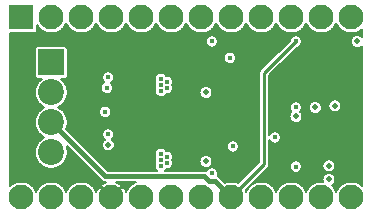
<source format=gbr>
G04 #@! TF.GenerationSoftware,KiCad,Pcbnew,5.1.5+dfsg1-2build2*
G04 #@! TF.CreationDate,2021-03-15T22:19:43+01:00*
G04 #@! TF.ProjectId,ProMicro_ANA,50726f4d-6963-4726-9f5f-414e412e6b69,v1.2*
G04 #@! TF.SameCoordinates,Original*
G04 #@! TF.FileFunction,Copper,L2,Inr*
G04 #@! TF.FilePolarity,Positive*
%FSLAX46Y46*%
G04 Gerber Fmt 4.6, Leading zero omitted, Abs format (unit mm)*
G04 Created by KiCad*
%MOMM*%
%LPD*%
G04 APERTURE LIST*
%ADD10R,2.100000X2.100000*%
%ADD11C,2.100000*%
%ADD12C,2.200000*%
%ADD13R,2.200000X2.200000*%
%ADD14C,0.500000*%
%ADD15C,0.450000*%
%ADD16C,0.400000*%
%ADD17C,0.250000*%
%ADD18C,0.200000*%
G04 APERTURE END LIST*
D10*
X82550000Y-76200000D03*
D11*
X85090000Y-76200000D03*
X87630000Y-76200000D03*
X110490000Y-91440000D03*
X90170000Y-76200000D03*
X107950000Y-91440000D03*
X92710000Y-76200000D03*
X105410000Y-91440000D03*
X95250000Y-76200000D03*
X102870000Y-91440000D03*
X97790000Y-76200000D03*
X100330000Y-91440000D03*
X100330000Y-76200000D03*
X97790000Y-91440000D03*
X102870000Y-76200000D03*
X95250000Y-91440000D03*
X105410000Y-76200000D03*
X92710000Y-91440000D03*
X107950000Y-76200000D03*
X90170000Y-91440000D03*
X110490000Y-76200000D03*
X87630000Y-91440000D03*
X85090000Y-91440000D03*
X82550000Y-91440000D03*
D12*
X85090000Y-87630000D03*
X85090000Y-85090000D03*
X85090000Y-82550000D03*
D13*
X85090000Y-80010000D03*
D14*
X89916000Y-86995000D03*
D15*
X89916000Y-81280000D03*
X98679000Y-89408000D03*
X98679000Y-78232000D03*
X100203000Y-79629000D03*
X100457000Y-87122000D03*
X89916000Y-86106000D03*
X89789000Y-82169000D03*
X105791000Y-83820000D03*
D14*
X108585000Y-89916000D03*
X108585000Y-88773000D03*
X107442000Y-83820000D03*
X109093000Y-83693000D03*
X110998000Y-78232000D03*
X105791000Y-84582000D03*
D15*
X105791000Y-78232000D03*
X94869000Y-81661000D03*
X94869000Y-82169000D03*
X94361000Y-82423000D03*
X94361000Y-81915000D03*
X94361000Y-81407000D03*
X94869000Y-88519000D03*
X94869000Y-88011000D03*
X94361000Y-88773000D03*
X94361000Y-88265000D03*
X94361000Y-87757000D03*
X89662000Y-84201000D03*
D14*
X98171000Y-88392000D03*
X98171000Y-82550000D03*
D15*
X105793699Y-88821341D03*
X104013000Y-86360000D03*
X100457000Y-88011000D03*
X95570534Y-78813377D03*
D14*
X100330000Y-83820000D03*
D15*
X93853000Y-85725000D03*
D14*
X95504000Y-84836000D03*
D15*
X108331000Y-82677000D03*
D16*
X100330000Y-91440000D02*
X100330000Y-91059000D01*
X98044000Y-89662000D02*
X98425000Y-90043000D01*
X89662000Y-89662000D02*
X98044000Y-89662000D01*
X98425000Y-90043000D02*
X98933000Y-90043000D01*
X98933000Y-90043000D02*
X100330000Y-91440000D01*
X85090000Y-85090000D02*
X89662000Y-89662000D01*
D17*
X103124000Y-80899000D02*
X105791000Y-78232000D01*
X103124000Y-88646000D02*
X103124000Y-80899000D01*
X100330000Y-91440000D02*
X103124000Y-88646000D01*
D18*
G36*
X109293646Y-76839465D02*
G01*
X109441387Y-77060575D01*
X109629425Y-77248613D01*
X109850535Y-77396354D01*
X110096220Y-77498120D01*
X110357037Y-77550000D01*
X110622963Y-77550000D01*
X110883780Y-77498120D01*
X111129465Y-77396354D01*
X111350575Y-77248613D01*
X111410000Y-77189188D01*
X111410000Y-77866183D01*
X111348604Y-77804787D01*
X111258523Y-77744597D01*
X111158429Y-77703136D01*
X111052170Y-77682000D01*
X110943830Y-77682000D01*
X110837571Y-77703136D01*
X110737477Y-77744597D01*
X110647396Y-77804787D01*
X110570787Y-77881396D01*
X110510597Y-77971477D01*
X110469136Y-78071571D01*
X110448000Y-78177830D01*
X110448000Y-78286170D01*
X110469136Y-78392429D01*
X110510597Y-78492523D01*
X110570787Y-78582604D01*
X110647396Y-78659213D01*
X110737477Y-78719403D01*
X110837571Y-78760864D01*
X110943830Y-78782000D01*
X111052170Y-78782000D01*
X111158429Y-78760864D01*
X111258523Y-78719403D01*
X111348604Y-78659213D01*
X111410000Y-78597817D01*
X111410001Y-90450813D01*
X111350575Y-90391387D01*
X111129465Y-90243646D01*
X110883780Y-90141880D01*
X110622963Y-90090000D01*
X110357037Y-90090000D01*
X110096220Y-90141880D01*
X109850535Y-90243646D01*
X109629425Y-90391387D01*
X109441387Y-90579425D01*
X109293646Y-90800535D01*
X109220000Y-90978332D01*
X109146354Y-90800535D01*
X108998613Y-90579425D01*
X108829308Y-90410120D01*
X108845523Y-90403403D01*
X108935604Y-90343213D01*
X109012213Y-90266604D01*
X109072403Y-90176523D01*
X109113864Y-90076429D01*
X109135000Y-89970170D01*
X109135000Y-89861830D01*
X109113864Y-89755571D01*
X109072403Y-89655477D01*
X109012213Y-89565396D01*
X108935604Y-89488787D01*
X108845523Y-89428597D01*
X108745429Y-89387136D01*
X108639170Y-89366000D01*
X108530830Y-89366000D01*
X108424571Y-89387136D01*
X108324477Y-89428597D01*
X108234396Y-89488787D01*
X108157787Y-89565396D01*
X108097597Y-89655477D01*
X108056136Y-89755571D01*
X108035000Y-89861830D01*
X108035000Y-89970170D01*
X108056136Y-90076429D01*
X108061757Y-90090000D01*
X107817037Y-90090000D01*
X107556220Y-90141880D01*
X107310535Y-90243646D01*
X107089425Y-90391387D01*
X106901387Y-90579425D01*
X106753646Y-90800535D01*
X106680000Y-90978332D01*
X106606354Y-90800535D01*
X106458613Y-90579425D01*
X106270575Y-90391387D01*
X106049465Y-90243646D01*
X105803780Y-90141880D01*
X105542963Y-90090000D01*
X105277037Y-90090000D01*
X105016220Y-90141880D01*
X104770535Y-90243646D01*
X104549425Y-90391387D01*
X104361387Y-90579425D01*
X104213646Y-90800535D01*
X104140000Y-90978332D01*
X104066354Y-90800535D01*
X103918613Y-90579425D01*
X103730575Y-90391387D01*
X103509465Y-90243646D01*
X103263780Y-90141880D01*
X103002963Y-90090000D01*
X102737037Y-90090000D01*
X102476220Y-90141880D01*
X102230535Y-90243646D01*
X102009425Y-90391387D01*
X101821387Y-90579425D01*
X101673646Y-90800535D01*
X101600000Y-90978332D01*
X101539286Y-90831755D01*
X103409763Y-88961278D01*
X103425974Y-88947974D01*
X103479084Y-88883260D01*
X103510380Y-88824708D01*
X103518548Y-88809428D01*
X103530619Y-88769633D01*
X105268699Y-88769633D01*
X105268699Y-88873049D01*
X105288875Y-88974478D01*
X105328450Y-89070022D01*
X105385905Y-89156009D01*
X105459031Y-89229135D01*
X105545018Y-89286590D01*
X105640562Y-89326165D01*
X105741991Y-89346341D01*
X105845407Y-89346341D01*
X105946836Y-89326165D01*
X106042380Y-89286590D01*
X106128367Y-89229135D01*
X106201493Y-89156009D01*
X106258948Y-89070022D01*
X106298523Y-88974478D01*
X106318699Y-88873049D01*
X106318699Y-88769633D01*
X106308594Y-88718830D01*
X108035000Y-88718830D01*
X108035000Y-88827170D01*
X108056136Y-88933429D01*
X108097597Y-89033523D01*
X108157787Y-89123604D01*
X108234396Y-89200213D01*
X108324477Y-89260403D01*
X108424571Y-89301864D01*
X108530830Y-89323000D01*
X108639170Y-89323000D01*
X108745429Y-89301864D01*
X108845523Y-89260403D01*
X108935604Y-89200213D01*
X109012213Y-89123604D01*
X109072403Y-89033523D01*
X109113864Y-88933429D01*
X109135000Y-88827170D01*
X109135000Y-88718830D01*
X109113864Y-88612571D01*
X109072403Y-88512477D01*
X109012213Y-88422396D01*
X108935604Y-88345787D01*
X108845523Y-88285597D01*
X108745429Y-88244136D01*
X108639170Y-88223000D01*
X108530830Y-88223000D01*
X108424571Y-88244136D01*
X108324477Y-88285597D01*
X108234396Y-88345787D01*
X108157787Y-88422396D01*
X108097597Y-88512477D01*
X108056136Y-88612571D01*
X108035000Y-88718830D01*
X106308594Y-88718830D01*
X106298523Y-88668204D01*
X106258948Y-88572660D01*
X106201493Y-88486673D01*
X106128367Y-88413547D01*
X106042380Y-88356092D01*
X105946836Y-88316517D01*
X105845407Y-88296341D01*
X105741991Y-88296341D01*
X105640562Y-88316517D01*
X105545018Y-88356092D01*
X105459031Y-88413547D01*
X105385905Y-88486673D01*
X105328450Y-88572660D01*
X105288875Y-88668204D01*
X105268699Y-88769633D01*
X103530619Y-88769633D01*
X103542850Y-88729314D01*
X103543640Y-88721292D01*
X103549000Y-88666874D01*
X103549000Y-88666867D01*
X103551055Y-88646000D01*
X103549000Y-88625133D01*
X103549000Y-86610550D01*
X103605206Y-86694668D01*
X103678332Y-86767794D01*
X103764319Y-86825249D01*
X103859863Y-86864824D01*
X103961292Y-86885000D01*
X104064708Y-86885000D01*
X104166137Y-86864824D01*
X104261681Y-86825249D01*
X104347668Y-86767794D01*
X104420794Y-86694668D01*
X104478249Y-86608681D01*
X104517824Y-86513137D01*
X104538000Y-86411708D01*
X104538000Y-86308292D01*
X104517824Y-86206863D01*
X104478249Y-86111319D01*
X104420794Y-86025332D01*
X104347668Y-85952206D01*
X104261681Y-85894751D01*
X104166137Y-85855176D01*
X104064708Y-85835000D01*
X103961292Y-85835000D01*
X103859863Y-85855176D01*
X103764319Y-85894751D01*
X103678332Y-85952206D01*
X103605206Y-86025332D01*
X103549000Y-86109450D01*
X103549000Y-84527830D01*
X105241000Y-84527830D01*
X105241000Y-84636170D01*
X105262136Y-84742429D01*
X105303597Y-84842523D01*
X105363787Y-84932604D01*
X105440396Y-85009213D01*
X105530477Y-85069403D01*
X105630571Y-85110864D01*
X105736830Y-85132000D01*
X105845170Y-85132000D01*
X105951429Y-85110864D01*
X106051523Y-85069403D01*
X106141604Y-85009213D01*
X106218213Y-84932604D01*
X106278403Y-84842523D01*
X106319864Y-84742429D01*
X106341000Y-84636170D01*
X106341000Y-84527830D01*
X106319864Y-84421571D01*
X106278403Y-84321477D01*
X106218213Y-84231396D01*
X106170140Y-84183323D01*
X106198794Y-84154668D01*
X106256249Y-84068681D01*
X106295824Y-83973137D01*
X106316000Y-83871708D01*
X106316000Y-83768292D01*
X106315511Y-83765830D01*
X106892000Y-83765830D01*
X106892000Y-83874170D01*
X106913136Y-83980429D01*
X106954597Y-84080523D01*
X107014787Y-84170604D01*
X107091396Y-84247213D01*
X107181477Y-84307403D01*
X107281571Y-84348864D01*
X107387830Y-84370000D01*
X107496170Y-84370000D01*
X107602429Y-84348864D01*
X107702523Y-84307403D01*
X107792604Y-84247213D01*
X107869213Y-84170604D01*
X107929403Y-84080523D01*
X107970864Y-83980429D01*
X107992000Y-83874170D01*
X107992000Y-83765830D01*
X107970864Y-83659571D01*
X107962273Y-83638830D01*
X108543000Y-83638830D01*
X108543000Y-83747170D01*
X108564136Y-83853429D01*
X108605597Y-83953523D01*
X108665787Y-84043604D01*
X108742396Y-84120213D01*
X108832477Y-84180403D01*
X108932571Y-84221864D01*
X109038830Y-84243000D01*
X109147170Y-84243000D01*
X109253429Y-84221864D01*
X109353523Y-84180403D01*
X109443604Y-84120213D01*
X109520213Y-84043604D01*
X109580403Y-83953523D01*
X109621864Y-83853429D01*
X109643000Y-83747170D01*
X109643000Y-83638830D01*
X109621864Y-83532571D01*
X109580403Y-83432477D01*
X109520213Y-83342396D01*
X109443604Y-83265787D01*
X109353523Y-83205597D01*
X109253429Y-83164136D01*
X109147170Y-83143000D01*
X109038830Y-83143000D01*
X108932571Y-83164136D01*
X108832477Y-83205597D01*
X108742396Y-83265787D01*
X108665787Y-83342396D01*
X108605597Y-83432477D01*
X108564136Y-83532571D01*
X108543000Y-83638830D01*
X107962273Y-83638830D01*
X107929403Y-83559477D01*
X107869213Y-83469396D01*
X107792604Y-83392787D01*
X107702523Y-83332597D01*
X107602429Y-83291136D01*
X107496170Y-83270000D01*
X107387830Y-83270000D01*
X107281571Y-83291136D01*
X107181477Y-83332597D01*
X107091396Y-83392787D01*
X107014787Y-83469396D01*
X106954597Y-83559477D01*
X106913136Y-83659571D01*
X106892000Y-83765830D01*
X106315511Y-83765830D01*
X106295824Y-83666863D01*
X106256249Y-83571319D01*
X106198794Y-83485332D01*
X106125668Y-83412206D01*
X106039681Y-83354751D01*
X105944137Y-83315176D01*
X105842708Y-83295000D01*
X105739292Y-83295000D01*
X105637863Y-83315176D01*
X105542319Y-83354751D01*
X105456332Y-83412206D01*
X105383206Y-83485332D01*
X105325751Y-83571319D01*
X105286176Y-83666863D01*
X105266000Y-83768292D01*
X105266000Y-83871708D01*
X105286176Y-83973137D01*
X105325751Y-84068681D01*
X105383206Y-84154668D01*
X105411861Y-84183323D01*
X105363787Y-84231396D01*
X105303597Y-84321477D01*
X105262136Y-84421571D01*
X105241000Y-84527830D01*
X103549000Y-84527830D01*
X103549000Y-81075040D01*
X105873082Y-78750958D01*
X105944137Y-78736824D01*
X106039681Y-78697249D01*
X106125668Y-78639794D01*
X106198794Y-78566668D01*
X106256249Y-78480681D01*
X106295824Y-78385137D01*
X106316000Y-78283708D01*
X106316000Y-78180292D01*
X106295824Y-78078863D01*
X106256249Y-77983319D01*
X106198794Y-77897332D01*
X106125668Y-77824206D01*
X106039681Y-77766751D01*
X105944137Y-77727176D01*
X105842708Y-77707000D01*
X105739292Y-77707000D01*
X105637863Y-77727176D01*
X105542319Y-77766751D01*
X105456332Y-77824206D01*
X105383206Y-77897332D01*
X105325751Y-77983319D01*
X105286176Y-78078863D01*
X105272042Y-78149918D01*
X102838239Y-80583721D01*
X102822027Y-80597026D01*
X102768917Y-80661740D01*
X102729453Y-80735573D01*
X102705150Y-80815686D01*
X102696945Y-80899000D01*
X102699001Y-80919877D01*
X102699000Y-88469959D01*
X100938245Y-90230714D01*
X100723780Y-90141880D01*
X100462963Y-90090000D01*
X100197037Y-90090000D01*
X99936220Y-90141880D01*
X99796754Y-90199649D01*
X99303929Y-89706824D01*
X99288264Y-89687736D01*
X99212129Y-89625254D01*
X99167211Y-89601245D01*
X99183824Y-89561137D01*
X99204000Y-89459708D01*
X99204000Y-89356292D01*
X99183824Y-89254863D01*
X99144249Y-89159319D01*
X99086794Y-89073332D01*
X99013668Y-89000206D01*
X98927681Y-88942751D01*
X98832137Y-88903176D01*
X98730708Y-88883000D01*
X98627292Y-88883000D01*
X98525863Y-88903176D01*
X98430319Y-88942751D01*
X98344332Y-89000206D01*
X98271206Y-89073332D01*
X98213751Y-89159319D01*
X98202095Y-89187459D01*
X98142017Y-89169235D01*
X98068560Y-89162000D01*
X98044000Y-89159581D01*
X98019440Y-89162000D01*
X94714462Y-89162000D01*
X94768794Y-89107668D01*
X94812035Y-89042954D01*
X94817292Y-89044000D01*
X94920708Y-89044000D01*
X95022137Y-89023824D01*
X95117681Y-88984249D01*
X95203668Y-88926794D01*
X95276794Y-88853668D01*
X95334249Y-88767681D01*
X95373824Y-88672137D01*
X95394000Y-88570708D01*
X95394000Y-88467292D01*
X95373824Y-88365863D01*
X95362213Y-88337830D01*
X97621000Y-88337830D01*
X97621000Y-88446170D01*
X97642136Y-88552429D01*
X97683597Y-88652523D01*
X97743787Y-88742604D01*
X97820396Y-88819213D01*
X97910477Y-88879403D01*
X98010571Y-88920864D01*
X98116830Y-88942000D01*
X98225170Y-88942000D01*
X98331429Y-88920864D01*
X98431523Y-88879403D01*
X98521604Y-88819213D01*
X98598213Y-88742604D01*
X98658403Y-88652523D01*
X98699864Y-88552429D01*
X98721000Y-88446170D01*
X98721000Y-88337830D01*
X98699864Y-88231571D01*
X98658403Y-88131477D01*
X98598213Y-88041396D01*
X98521604Y-87964787D01*
X98431523Y-87904597D01*
X98331429Y-87863136D01*
X98225170Y-87842000D01*
X98116830Y-87842000D01*
X98010571Y-87863136D01*
X97910477Y-87904597D01*
X97820396Y-87964787D01*
X97743787Y-88041396D01*
X97683597Y-88131477D01*
X97642136Y-88231571D01*
X97621000Y-88337830D01*
X95362213Y-88337830D01*
X95334249Y-88270319D01*
X95330695Y-88265000D01*
X95334249Y-88259681D01*
X95373824Y-88164137D01*
X95394000Y-88062708D01*
X95394000Y-87959292D01*
X95373824Y-87857863D01*
X95334249Y-87762319D01*
X95276794Y-87676332D01*
X95203668Y-87603206D01*
X95117681Y-87545751D01*
X95022137Y-87506176D01*
X94920708Y-87486000D01*
X94817292Y-87486000D01*
X94812035Y-87487046D01*
X94768794Y-87422332D01*
X94695668Y-87349206D01*
X94609681Y-87291751D01*
X94514137Y-87252176D01*
X94412708Y-87232000D01*
X94309292Y-87232000D01*
X94207863Y-87252176D01*
X94112319Y-87291751D01*
X94026332Y-87349206D01*
X93953206Y-87422332D01*
X93895751Y-87508319D01*
X93856176Y-87603863D01*
X93836000Y-87705292D01*
X93836000Y-87808708D01*
X93856176Y-87910137D01*
X93895751Y-88005681D01*
X93899305Y-88011000D01*
X93895751Y-88016319D01*
X93856176Y-88111863D01*
X93836000Y-88213292D01*
X93836000Y-88316708D01*
X93856176Y-88418137D01*
X93895751Y-88513681D01*
X93899305Y-88519000D01*
X93895751Y-88524319D01*
X93856176Y-88619863D01*
X93836000Y-88721292D01*
X93836000Y-88824708D01*
X93856176Y-88926137D01*
X93895751Y-89021681D01*
X93953206Y-89107668D01*
X94007538Y-89162000D01*
X89869107Y-89162000D01*
X87647936Y-86940830D01*
X89366000Y-86940830D01*
X89366000Y-87049170D01*
X89387136Y-87155429D01*
X89428597Y-87255523D01*
X89488787Y-87345604D01*
X89565396Y-87422213D01*
X89655477Y-87482403D01*
X89755571Y-87523864D01*
X89861830Y-87545000D01*
X89970170Y-87545000D01*
X90076429Y-87523864D01*
X90176523Y-87482403D01*
X90266604Y-87422213D01*
X90343213Y-87345604D01*
X90403403Y-87255523D01*
X90444864Y-87155429D01*
X90461798Y-87070292D01*
X99932000Y-87070292D01*
X99932000Y-87173708D01*
X99952176Y-87275137D01*
X99991751Y-87370681D01*
X100049206Y-87456668D01*
X100122332Y-87529794D01*
X100208319Y-87587249D01*
X100303863Y-87626824D01*
X100405292Y-87647000D01*
X100508708Y-87647000D01*
X100610137Y-87626824D01*
X100705681Y-87587249D01*
X100791668Y-87529794D01*
X100864794Y-87456668D01*
X100922249Y-87370681D01*
X100961824Y-87275137D01*
X100982000Y-87173708D01*
X100982000Y-87070292D01*
X100961824Y-86968863D01*
X100922249Y-86873319D01*
X100864794Y-86787332D01*
X100791668Y-86714206D01*
X100705681Y-86656751D01*
X100610137Y-86617176D01*
X100508708Y-86597000D01*
X100405292Y-86597000D01*
X100303863Y-86617176D01*
X100208319Y-86656751D01*
X100122332Y-86714206D01*
X100049206Y-86787332D01*
X99991751Y-86873319D01*
X99952176Y-86968863D01*
X99932000Y-87070292D01*
X90461798Y-87070292D01*
X90466000Y-87049170D01*
X90466000Y-86940830D01*
X90444864Y-86834571D01*
X90403403Y-86734477D01*
X90343213Y-86644396D01*
X90266604Y-86567787D01*
X90218233Y-86535467D01*
X90250668Y-86513794D01*
X90323794Y-86440668D01*
X90381249Y-86354681D01*
X90420824Y-86259137D01*
X90441000Y-86157708D01*
X90441000Y-86054292D01*
X90420824Y-85952863D01*
X90381249Y-85857319D01*
X90323794Y-85771332D01*
X90250668Y-85698206D01*
X90164681Y-85640751D01*
X90069137Y-85601176D01*
X89967708Y-85581000D01*
X89864292Y-85581000D01*
X89762863Y-85601176D01*
X89667319Y-85640751D01*
X89581332Y-85698206D01*
X89508206Y-85771332D01*
X89450751Y-85857319D01*
X89411176Y-85952863D01*
X89391000Y-86054292D01*
X89391000Y-86157708D01*
X89411176Y-86259137D01*
X89450751Y-86354681D01*
X89508206Y-86440668D01*
X89581332Y-86513794D01*
X89613767Y-86535467D01*
X89565396Y-86567787D01*
X89488787Y-86644396D01*
X89428597Y-86734477D01*
X89387136Y-86834571D01*
X89366000Y-86940830D01*
X87647936Y-86940830D01*
X86368620Y-85661515D01*
X86436199Y-85498365D01*
X86490000Y-85227888D01*
X86490000Y-84952112D01*
X86436199Y-84681635D01*
X86330664Y-84426851D01*
X86177451Y-84197552D01*
X86129191Y-84149292D01*
X89137000Y-84149292D01*
X89137000Y-84252708D01*
X89157176Y-84354137D01*
X89196751Y-84449681D01*
X89254206Y-84535668D01*
X89327332Y-84608794D01*
X89413319Y-84666249D01*
X89508863Y-84705824D01*
X89610292Y-84726000D01*
X89713708Y-84726000D01*
X89815137Y-84705824D01*
X89910681Y-84666249D01*
X89996668Y-84608794D01*
X90069794Y-84535668D01*
X90127249Y-84449681D01*
X90166824Y-84354137D01*
X90187000Y-84252708D01*
X90187000Y-84149292D01*
X90166824Y-84047863D01*
X90127249Y-83952319D01*
X90069794Y-83866332D01*
X89996668Y-83793206D01*
X89910681Y-83735751D01*
X89815137Y-83696176D01*
X89713708Y-83676000D01*
X89610292Y-83676000D01*
X89508863Y-83696176D01*
X89413319Y-83735751D01*
X89327332Y-83793206D01*
X89254206Y-83866332D01*
X89196751Y-83952319D01*
X89157176Y-84047863D01*
X89137000Y-84149292D01*
X86129191Y-84149292D01*
X85982448Y-84002549D01*
X85753149Y-83849336D01*
X85682326Y-83820000D01*
X85753149Y-83790664D01*
X85982448Y-83637451D01*
X86177451Y-83442448D01*
X86330664Y-83213149D01*
X86436199Y-82958365D01*
X86490000Y-82687888D01*
X86490000Y-82412112D01*
X86436199Y-82141635D01*
X86426116Y-82117292D01*
X89264000Y-82117292D01*
X89264000Y-82220708D01*
X89284176Y-82322137D01*
X89323751Y-82417681D01*
X89381206Y-82503668D01*
X89454332Y-82576794D01*
X89540319Y-82634249D01*
X89635863Y-82673824D01*
X89737292Y-82694000D01*
X89840708Y-82694000D01*
X89942137Y-82673824D01*
X90037681Y-82634249D01*
X90123668Y-82576794D01*
X90196794Y-82503668D01*
X90254249Y-82417681D01*
X90293824Y-82322137D01*
X90314000Y-82220708D01*
X90314000Y-82117292D01*
X90293824Y-82015863D01*
X90254249Y-81920319D01*
X90196794Y-81834332D01*
X90124397Y-81761935D01*
X90164681Y-81745249D01*
X90250668Y-81687794D01*
X90323794Y-81614668D01*
X90381249Y-81528681D01*
X90420824Y-81433137D01*
X90436308Y-81355292D01*
X93836000Y-81355292D01*
X93836000Y-81458708D01*
X93856176Y-81560137D01*
X93895751Y-81655681D01*
X93899305Y-81661000D01*
X93895751Y-81666319D01*
X93856176Y-81761863D01*
X93836000Y-81863292D01*
X93836000Y-81966708D01*
X93856176Y-82068137D01*
X93895751Y-82163681D01*
X93899305Y-82169000D01*
X93895751Y-82174319D01*
X93856176Y-82269863D01*
X93836000Y-82371292D01*
X93836000Y-82474708D01*
X93856176Y-82576137D01*
X93895751Y-82671681D01*
X93953206Y-82757668D01*
X94026332Y-82830794D01*
X94112319Y-82888249D01*
X94207863Y-82927824D01*
X94309292Y-82948000D01*
X94412708Y-82948000D01*
X94514137Y-82927824D01*
X94609681Y-82888249D01*
X94695668Y-82830794D01*
X94768794Y-82757668D01*
X94812035Y-82692954D01*
X94817292Y-82694000D01*
X94920708Y-82694000D01*
X95022137Y-82673824D01*
X95117681Y-82634249D01*
X95203668Y-82576794D01*
X95276794Y-82503668D01*
X95282031Y-82495830D01*
X97621000Y-82495830D01*
X97621000Y-82604170D01*
X97642136Y-82710429D01*
X97683597Y-82810523D01*
X97743787Y-82900604D01*
X97820396Y-82977213D01*
X97910477Y-83037403D01*
X98010571Y-83078864D01*
X98116830Y-83100000D01*
X98225170Y-83100000D01*
X98331429Y-83078864D01*
X98431523Y-83037403D01*
X98521604Y-82977213D01*
X98598213Y-82900604D01*
X98658403Y-82810523D01*
X98699864Y-82710429D01*
X98721000Y-82604170D01*
X98721000Y-82495830D01*
X98699864Y-82389571D01*
X98658403Y-82289477D01*
X98598213Y-82199396D01*
X98521604Y-82122787D01*
X98431523Y-82062597D01*
X98331429Y-82021136D01*
X98225170Y-82000000D01*
X98116830Y-82000000D01*
X98010571Y-82021136D01*
X97910477Y-82062597D01*
X97820396Y-82122787D01*
X97743787Y-82199396D01*
X97683597Y-82289477D01*
X97642136Y-82389571D01*
X97621000Y-82495830D01*
X95282031Y-82495830D01*
X95334249Y-82417681D01*
X95373824Y-82322137D01*
X95394000Y-82220708D01*
X95394000Y-82117292D01*
X95373824Y-82015863D01*
X95334249Y-81920319D01*
X95330695Y-81915000D01*
X95334249Y-81909681D01*
X95373824Y-81814137D01*
X95394000Y-81712708D01*
X95394000Y-81609292D01*
X95373824Y-81507863D01*
X95334249Y-81412319D01*
X95276794Y-81326332D01*
X95203668Y-81253206D01*
X95117681Y-81195751D01*
X95022137Y-81156176D01*
X94920708Y-81136000D01*
X94817292Y-81136000D01*
X94812035Y-81137046D01*
X94768794Y-81072332D01*
X94695668Y-80999206D01*
X94609681Y-80941751D01*
X94514137Y-80902176D01*
X94412708Y-80882000D01*
X94309292Y-80882000D01*
X94207863Y-80902176D01*
X94112319Y-80941751D01*
X94026332Y-80999206D01*
X93953206Y-81072332D01*
X93895751Y-81158319D01*
X93856176Y-81253863D01*
X93836000Y-81355292D01*
X90436308Y-81355292D01*
X90441000Y-81331708D01*
X90441000Y-81228292D01*
X90420824Y-81126863D01*
X90381249Y-81031319D01*
X90323794Y-80945332D01*
X90250668Y-80872206D01*
X90164681Y-80814751D01*
X90069137Y-80775176D01*
X89967708Y-80755000D01*
X89864292Y-80755000D01*
X89762863Y-80775176D01*
X89667319Y-80814751D01*
X89581332Y-80872206D01*
X89508206Y-80945332D01*
X89450751Y-81031319D01*
X89411176Y-81126863D01*
X89391000Y-81228292D01*
X89391000Y-81331708D01*
X89411176Y-81433137D01*
X89450751Y-81528681D01*
X89508206Y-81614668D01*
X89580603Y-81687065D01*
X89540319Y-81703751D01*
X89454332Y-81761206D01*
X89381206Y-81834332D01*
X89323751Y-81920319D01*
X89284176Y-82015863D01*
X89264000Y-82117292D01*
X86426116Y-82117292D01*
X86330664Y-81886851D01*
X86177451Y-81657552D01*
X85982448Y-81462549D01*
X85905975Y-81411451D01*
X86190000Y-81411451D01*
X86248810Y-81405659D01*
X86305360Y-81388504D01*
X86357477Y-81360647D01*
X86403158Y-81323158D01*
X86440647Y-81277477D01*
X86468504Y-81225360D01*
X86485659Y-81168810D01*
X86491451Y-81110000D01*
X86491451Y-79577292D01*
X99678000Y-79577292D01*
X99678000Y-79680708D01*
X99698176Y-79782137D01*
X99737751Y-79877681D01*
X99795206Y-79963668D01*
X99868332Y-80036794D01*
X99954319Y-80094249D01*
X100049863Y-80133824D01*
X100151292Y-80154000D01*
X100254708Y-80154000D01*
X100356137Y-80133824D01*
X100451681Y-80094249D01*
X100537668Y-80036794D01*
X100610794Y-79963668D01*
X100668249Y-79877681D01*
X100707824Y-79782137D01*
X100728000Y-79680708D01*
X100728000Y-79577292D01*
X100707824Y-79475863D01*
X100668249Y-79380319D01*
X100610794Y-79294332D01*
X100537668Y-79221206D01*
X100451681Y-79163751D01*
X100356137Y-79124176D01*
X100254708Y-79104000D01*
X100151292Y-79104000D01*
X100049863Y-79124176D01*
X99954319Y-79163751D01*
X99868332Y-79221206D01*
X99795206Y-79294332D01*
X99737751Y-79380319D01*
X99698176Y-79475863D01*
X99678000Y-79577292D01*
X86491451Y-79577292D01*
X86491451Y-78910000D01*
X86485659Y-78851190D01*
X86468504Y-78794640D01*
X86440647Y-78742523D01*
X86403158Y-78696842D01*
X86357477Y-78659353D01*
X86305360Y-78631496D01*
X86248810Y-78614341D01*
X86190000Y-78608549D01*
X83990000Y-78608549D01*
X83931190Y-78614341D01*
X83874640Y-78631496D01*
X83822523Y-78659353D01*
X83776842Y-78696842D01*
X83739353Y-78742523D01*
X83711496Y-78794640D01*
X83694341Y-78851190D01*
X83688549Y-78910000D01*
X83688549Y-81110000D01*
X83694341Y-81168810D01*
X83711496Y-81225360D01*
X83739353Y-81277477D01*
X83776842Y-81323158D01*
X83822523Y-81360647D01*
X83874640Y-81388504D01*
X83931190Y-81405659D01*
X83990000Y-81411451D01*
X84274025Y-81411451D01*
X84197552Y-81462549D01*
X84002549Y-81657552D01*
X83849336Y-81886851D01*
X83743801Y-82141635D01*
X83690000Y-82412112D01*
X83690000Y-82687888D01*
X83743801Y-82958365D01*
X83849336Y-83213149D01*
X84002549Y-83442448D01*
X84197552Y-83637451D01*
X84426851Y-83790664D01*
X84497674Y-83820000D01*
X84426851Y-83849336D01*
X84197552Y-84002549D01*
X84002549Y-84197552D01*
X83849336Y-84426851D01*
X83743801Y-84681635D01*
X83690000Y-84952112D01*
X83690000Y-85227888D01*
X83743801Y-85498365D01*
X83849336Y-85753149D01*
X84002549Y-85982448D01*
X84197552Y-86177451D01*
X84426851Y-86330664D01*
X84497674Y-86360000D01*
X84426851Y-86389336D01*
X84197552Y-86542549D01*
X84002549Y-86737552D01*
X83849336Y-86966851D01*
X83743801Y-87221635D01*
X83690000Y-87492112D01*
X83690000Y-87767888D01*
X83743801Y-88038365D01*
X83849336Y-88293149D01*
X84002549Y-88522448D01*
X84197552Y-88717451D01*
X84426851Y-88870664D01*
X84681635Y-88976199D01*
X84952112Y-89030000D01*
X85227888Y-89030000D01*
X85498365Y-88976199D01*
X85753149Y-88870664D01*
X85982448Y-88717451D01*
X86177451Y-88522448D01*
X86330664Y-88293149D01*
X86436199Y-88038365D01*
X86490000Y-87767888D01*
X86490000Y-87492112D01*
X86436199Y-87221635D01*
X86380811Y-87087917D01*
X89291079Y-89998186D01*
X89306736Y-90017264D01*
X89382871Y-90079746D01*
X89469733Y-90126175D01*
X89563983Y-90154765D01*
X89637440Y-90162000D01*
X89637449Y-90162000D01*
X89661999Y-90164418D01*
X89686549Y-90162000D01*
X89731985Y-90162000D01*
X89653890Y-90185485D01*
X89419063Y-90310279D01*
X89413644Y-90313899D01*
X89299866Y-90499155D01*
X90170000Y-91369289D01*
X91040134Y-90499155D01*
X90926356Y-90313899D01*
X90692131Y-90187979D01*
X90607225Y-90162000D01*
X92267646Y-90162000D01*
X92070535Y-90243646D01*
X91849425Y-90391387D01*
X91661387Y-90579425D01*
X91513646Y-90800535D01*
X91440514Y-90977091D01*
X91424515Y-90923890D01*
X91299721Y-90689063D01*
X91296101Y-90683644D01*
X91110845Y-90569866D01*
X90240711Y-91440000D01*
X90254853Y-91454142D01*
X90184142Y-91524853D01*
X90170000Y-91510711D01*
X90155858Y-91524853D01*
X90085147Y-91454142D01*
X90099289Y-91440000D01*
X89229155Y-90569866D01*
X89043899Y-90683644D01*
X88917979Y-90917869D01*
X88899700Y-90977609D01*
X88826354Y-90800535D01*
X88678613Y-90579425D01*
X88490575Y-90391387D01*
X88269465Y-90243646D01*
X88023780Y-90141880D01*
X87762963Y-90090000D01*
X87497037Y-90090000D01*
X87236220Y-90141880D01*
X86990535Y-90243646D01*
X86769425Y-90391387D01*
X86581387Y-90579425D01*
X86433646Y-90800535D01*
X86360000Y-90978332D01*
X86286354Y-90800535D01*
X86138613Y-90579425D01*
X85950575Y-90391387D01*
X85729465Y-90243646D01*
X85483780Y-90141880D01*
X85222963Y-90090000D01*
X84957037Y-90090000D01*
X84696220Y-90141880D01*
X84450535Y-90243646D01*
X84229425Y-90391387D01*
X84041387Y-90579425D01*
X83893646Y-90800535D01*
X83820000Y-90978332D01*
X83746354Y-90800535D01*
X83598613Y-90579425D01*
X83410575Y-90391387D01*
X83189465Y-90243646D01*
X82943780Y-90141880D01*
X82682963Y-90090000D01*
X82417037Y-90090000D01*
X82156220Y-90141880D01*
X81910535Y-90243646D01*
X81689425Y-90391387D01*
X81630000Y-90450812D01*
X81630000Y-78180292D01*
X98154000Y-78180292D01*
X98154000Y-78283708D01*
X98174176Y-78385137D01*
X98213751Y-78480681D01*
X98271206Y-78566668D01*
X98344332Y-78639794D01*
X98430319Y-78697249D01*
X98525863Y-78736824D01*
X98627292Y-78757000D01*
X98730708Y-78757000D01*
X98832137Y-78736824D01*
X98927681Y-78697249D01*
X99013668Y-78639794D01*
X99086794Y-78566668D01*
X99144249Y-78480681D01*
X99183824Y-78385137D01*
X99204000Y-78283708D01*
X99204000Y-78180292D01*
X99183824Y-78078863D01*
X99144249Y-77983319D01*
X99086794Y-77897332D01*
X99013668Y-77824206D01*
X98927681Y-77766751D01*
X98832137Y-77727176D01*
X98730708Y-77707000D01*
X98627292Y-77707000D01*
X98525863Y-77727176D01*
X98430319Y-77766751D01*
X98344332Y-77824206D01*
X98271206Y-77897332D01*
X98213751Y-77983319D01*
X98174176Y-78078863D01*
X98154000Y-78180292D01*
X81630000Y-78180292D01*
X81630000Y-77551451D01*
X83600000Y-77551451D01*
X83658810Y-77545659D01*
X83715360Y-77528504D01*
X83767477Y-77500647D01*
X83813158Y-77463158D01*
X83850647Y-77417477D01*
X83878504Y-77365360D01*
X83895659Y-77308810D01*
X83901451Y-77250000D01*
X83901451Y-76851146D01*
X84041387Y-77060575D01*
X84229425Y-77248613D01*
X84450535Y-77396354D01*
X84696220Y-77498120D01*
X84957037Y-77550000D01*
X85222963Y-77550000D01*
X85483780Y-77498120D01*
X85729465Y-77396354D01*
X85950575Y-77248613D01*
X86138613Y-77060575D01*
X86286354Y-76839465D01*
X86360000Y-76661668D01*
X86433646Y-76839465D01*
X86581387Y-77060575D01*
X86769425Y-77248613D01*
X86990535Y-77396354D01*
X87236220Y-77498120D01*
X87497037Y-77550000D01*
X87762963Y-77550000D01*
X88023780Y-77498120D01*
X88269465Y-77396354D01*
X88490575Y-77248613D01*
X88678613Y-77060575D01*
X88826354Y-76839465D01*
X88900000Y-76661668D01*
X88973646Y-76839465D01*
X89121387Y-77060575D01*
X89309425Y-77248613D01*
X89530535Y-77396354D01*
X89776220Y-77498120D01*
X90037037Y-77550000D01*
X90302963Y-77550000D01*
X90563780Y-77498120D01*
X90809465Y-77396354D01*
X91030575Y-77248613D01*
X91218613Y-77060575D01*
X91366354Y-76839465D01*
X91440000Y-76661668D01*
X91513646Y-76839465D01*
X91661387Y-77060575D01*
X91849425Y-77248613D01*
X92070535Y-77396354D01*
X92316220Y-77498120D01*
X92577037Y-77550000D01*
X92842963Y-77550000D01*
X93103780Y-77498120D01*
X93349465Y-77396354D01*
X93570575Y-77248613D01*
X93758613Y-77060575D01*
X93906354Y-76839465D01*
X93980000Y-76661668D01*
X94053646Y-76839465D01*
X94201387Y-77060575D01*
X94389425Y-77248613D01*
X94610535Y-77396354D01*
X94856220Y-77498120D01*
X95117037Y-77550000D01*
X95382963Y-77550000D01*
X95643780Y-77498120D01*
X95889465Y-77396354D01*
X96110575Y-77248613D01*
X96298613Y-77060575D01*
X96446354Y-76839465D01*
X96520000Y-76661668D01*
X96593646Y-76839465D01*
X96741387Y-77060575D01*
X96929425Y-77248613D01*
X97150535Y-77396354D01*
X97396220Y-77498120D01*
X97657037Y-77550000D01*
X97922963Y-77550000D01*
X98183780Y-77498120D01*
X98429465Y-77396354D01*
X98650575Y-77248613D01*
X98838613Y-77060575D01*
X98986354Y-76839465D01*
X99060000Y-76661668D01*
X99133646Y-76839465D01*
X99281387Y-77060575D01*
X99469425Y-77248613D01*
X99690535Y-77396354D01*
X99936220Y-77498120D01*
X100197037Y-77550000D01*
X100462963Y-77550000D01*
X100723780Y-77498120D01*
X100969465Y-77396354D01*
X101190575Y-77248613D01*
X101378613Y-77060575D01*
X101526354Y-76839465D01*
X101600000Y-76661668D01*
X101673646Y-76839465D01*
X101821387Y-77060575D01*
X102009425Y-77248613D01*
X102230535Y-77396354D01*
X102476220Y-77498120D01*
X102737037Y-77550000D01*
X103002963Y-77550000D01*
X103263780Y-77498120D01*
X103509465Y-77396354D01*
X103730575Y-77248613D01*
X103918613Y-77060575D01*
X104066354Y-76839465D01*
X104140000Y-76661668D01*
X104213646Y-76839465D01*
X104361387Y-77060575D01*
X104549425Y-77248613D01*
X104770535Y-77396354D01*
X105016220Y-77498120D01*
X105277037Y-77550000D01*
X105542963Y-77550000D01*
X105803780Y-77498120D01*
X106049465Y-77396354D01*
X106270575Y-77248613D01*
X106458613Y-77060575D01*
X106606354Y-76839465D01*
X106680000Y-76661668D01*
X106753646Y-76839465D01*
X106901387Y-77060575D01*
X107089425Y-77248613D01*
X107310535Y-77396354D01*
X107556220Y-77498120D01*
X107817037Y-77550000D01*
X108082963Y-77550000D01*
X108343780Y-77498120D01*
X108589465Y-77396354D01*
X108810575Y-77248613D01*
X108998613Y-77060575D01*
X109146354Y-76839465D01*
X109220000Y-76661668D01*
X109293646Y-76839465D01*
G37*
X109293646Y-76839465D02*
X109441387Y-77060575D01*
X109629425Y-77248613D01*
X109850535Y-77396354D01*
X110096220Y-77498120D01*
X110357037Y-77550000D01*
X110622963Y-77550000D01*
X110883780Y-77498120D01*
X111129465Y-77396354D01*
X111350575Y-77248613D01*
X111410000Y-77189188D01*
X111410000Y-77866183D01*
X111348604Y-77804787D01*
X111258523Y-77744597D01*
X111158429Y-77703136D01*
X111052170Y-77682000D01*
X110943830Y-77682000D01*
X110837571Y-77703136D01*
X110737477Y-77744597D01*
X110647396Y-77804787D01*
X110570787Y-77881396D01*
X110510597Y-77971477D01*
X110469136Y-78071571D01*
X110448000Y-78177830D01*
X110448000Y-78286170D01*
X110469136Y-78392429D01*
X110510597Y-78492523D01*
X110570787Y-78582604D01*
X110647396Y-78659213D01*
X110737477Y-78719403D01*
X110837571Y-78760864D01*
X110943830Y-78782000D01*
X111052170Y-78782000D01*
X111158429Y-78760864D01*
X111258523Y-78719403D01*
X111348604Y-78659213D01*
X111410000Y-78597817D01*
X111410001Y-90450813D01*
X111350575Y-90391387D01*
X111129465Y-90243646D01*
X110883780Y-90141880D01*
X110622963Y-90090000D01*
X110357037Y-90090000D01*
X110096220Y-90141880D01*
X109850535Y-90243646D01*
X109629425Y-90391387D01*
X109441387Y-90579425D01*
X109293646Y-90800535D01*
X109220000Y-90978332D01*
X109146354Y-90800535D01*
X108998613Y-90579425D01*
X108829308Y-90410120D01*
X108845523Y-90403403D01*
X108935604Y-90343213D01*
X109012213Y-90266604D01*
X109072403Y-90176523D01*
X109113864Y-90076429D01*
X109135000Y-89970170D01*
X109135000Y-89861830D01*
X109113864Y-89755571D01*
X109072403Y-89655477D01*
X109012213Y-89565396D01*
X108935604Y-89488787D01*
X108845523Y-89428597D01*
X108745429Y-89387136D01*
X108639170Y-89366000D01*
X108530830Y-89366000D01*
X108424571Y-89387136D01*
X108324477Y-89428597D01*
X108234396Y-89488787D01*
X108157787Y-89565396D01*
X108097597Y-89655477D01*
X108056136Y-89755571D01*
X108035000Y-89861830D01*
X108035000Y-89970170D01*
X108056136Y-90076429D01*
X108061757Y-90090000D01*
X107817037Y-90090000D01*
X107556220Y-90141880D01*
X107310535Y-90243646D01*
X107089425Y-90391387D01*
X106901387Y-90579425D01*
X106753646Y-90800535D01*
X106680000Y-90978332D01*
X106606354Y-90800535D01*
X106458613Y-90579425D01*
X106270575Y-90391387D01*
X106049465Y-90243646D01*
X105803780Y-90141880D01*
X105542963Y-90090000D01*
X105277037Y-90090000D01*
X105016220Y-90141880D01*
X104770535Y-90243646D01*
X104549425Y-90391387D01*
X104361387Y-90579425D01*
X104213646Y-90800535D01*
X104140000Y-90978332D01*
X104066354Y-90800535D01*
X103918613Y-90579425D01*
X103730575Y-90391387D01*
X103509465Y-90243646D01*
X103263780Y-90141880D01*
X103002963Y-90090000D01*
X102737037Y-90090000D01*
X102476220Y-90141880D01*
X102230535Y-90243646D01*
X102009425Y-90391387D01*
X101821387Y-90579425D01*
X101673646Y-90800535D01*
X101600000Y-90978332D01*
X101539286Y-90831755D01*
X103409763Y-88961278D01*
X103425974Y-88947974D01*
X103479084Y-88883260D01*
X103510380Y-88824708D01*
X103518548Y-88809428D01*
X103530619Y-88769633D01*
X105268699Y-88769633D01*
X105268699Y-88873049D01*
X105288875Y-88974478D01*
X105328450Y-89070022D01*
X105385905Y-89156009D01*
X105459031Y-89229135D01*
X105545018Y-89286590D01*
X105640562Y-89326165D01*
X105741991Y-89346341D01*
X105845407Y-89346341D01*
X105946836Y-89326165D01*
X106042380Y-89286590D01*
X106128367Y-89229135D01*
X106201493Y-89156009D01*
X106258948Y-89070022D01*
X106298523Y-88974478D01*
X106318699Y-88873049D01*
X106318699Y-88769633D01*
X106308594Y-88718830D01*
X108035000Y-88718830D01*
X108035000Y-88827170D01*
X108056136Y-88933429D01*
X108097597Y-89033523D01*
X108157787Y-89123604D01*
X108234396Y-89200213D01*
X108324477Y-89260403D01*
X108424571Y-89301864D01*
X108530830Y-89323000D01*
X108639170Y-89323000D01*
X108745429Y-89301864D01*
X108845523Y-89260403D01*
X108935604Y-89200213D01*
X109012213Y-89123604D01*
X109072403Y-89033523D01*
X109113864Y-88933429D01*
X109135000Y-88827170D01*
X109135000Y-88718830D01*
X109113864Y-88612571D01*
X109072403Y-88512477D01*
X109012213Y-88422396D01*
X108935604Y-88345787D01*
X108845523Y-88285597D01*
X108745429Y-88244136D01*
X108639170Y-88223000D01*
X108530830Y-88223000D01*
X108424571Y-88244136D01*
X108324477Y-88285597D01*
X108234396Y-88345787D01*
X108157787Y-88422396D01*
X108097597Y-88512477D01*
X108056136Y-88612571D01*
X108035000Y-88718830D01*
X106308594Y-88718830D01*
X106298523Y-88668204D01*
X106258948Y-88572660D01*
X106201493Y-88486673D01*
X106128367Y-88413547D01*
X106042380Y-88356092D01*
X105946836Y-88316517D01*
X105845407Y-88296341D01*
X105741991Y-88296341D01*
X105640562Y-88316517D01*
X105545018Y-88356092D01*
X105459031Y-88413547D01*
X105385905Y-88486673D01*
X105328450Y-88572660D01*
X105288875Y-88668204D01*
X105268699Y-88769633D01*
X103530619Y-88769633D01*
X103542850Y-88729314D01*
X103543640Y-88721292D01*
X103549000Y-88666874D01*
X103549000Y-88666867D01*
X103551055Y-88646000D01*
X103549000Y-88625133D01*
X103549000Y-86610550D01*
X103605206Y-86694668D01*
X103678332Y-86767794D01*
X103764319Y-86825249D01*
X103859863Y-86864824D01*
X103961292Y-86885000D01*
X104064708Y-86885000D01*
X104166137Y-86864824D01*
X104261681Y-86825249D01*
X104347668Y-86767794D01*
X104420794Y-86694668D01*
X104478249Y-86608681D01*
X104517824Y-86513137D01*
X104538000Y-86411708D01*
X104538000Y-86308292D01*
X104517824Y-86206863D01*
X104478249Y-86111319D01*
X104420794Y-86025332D01*
X104347668Y-85952206D01*
X104261681Y-85894751D01*
X104166137Y-85855176D01*
X104064708Y-85835000D01*
X103961292Y-85835000D01*
X103859863Y-85855176D01*
X103764319Y-85894751D01*
X103678332Y-85952206D01*
X103605206Y-86025332D01*
X103549000Y-86109450D01*
X103549000Y-84527830D01*
X105241000Y-84527830D01*
X105241000Y-84636170D01*
X105262136Y-84742429D01*
X105303597Y-84842523D01*
X105363787Y-84932604D01*
X105440396Y-85009213D01*
X105530477Y-85069403D01*
X105630571Y-85110864D01*
X105736830Y-85132000D01*
X105845170Y-85132000D01*
X105951429Y-85110864D01*
X106051523Y-85069403D01*
X106141604Y-85009213D01*
X106218213Y-84932604D01*
X106278403Y-84842523D01*
X106319864Y-84742429D01*
X106341000Y-84636170D01*
X106341000Y-84527830D01*
X106319864Y-84421571D01*
X106278403Y-84321477D01*
X106218213Y-84231396D01*
X106170140Y-84183323D01*
X106198794Y-84154668D01*
X106256249Y-84068681D01*
X106295824Y-83973137D01*
X106316000Y-83871708D01*
X106316000Y-83768292D01*
X106315511Y-83765830D01*
X106892000Y-83765830D01*
X106892000Y-83874170D01*
X106913136Y-83980429D01*
X106954597Y-84080523D01*
X107014787Y-84170604D01*
X107091396Y-84247213D01*
X107181477Y-84307403D01*
X107281571Y-84348864D01*
X107387830Y-84370000D01*
X107496170Y-84370000D01*
X107602429Y-84348864D01*
X107702523Y-84307403D01*
X107792604Y-84247213D01*
X107869213Y-84170604D01*
X107929403Y-84080523D01*
X107970864Y-83980429D01*
X107992000Y-83874170D01*
X107992000Y-83765830D01*
X107970864Y-83659571D01*
X107962273Y-83638830D01*
X108543000Y-83638830D01*
X108543000Y-83747170D01*
X108564136Y-83853429D01*
X108605597Y-83953523D01*
X108665787Y-84043604D01*
X108742396Y-84120213D01*
X108832477Y-84180403D01*
X108932571Y-84221864D01*
X109038830Y-84243000D01*
X109147170Y-84243000D01*
X109253429Y-84221864D01*
X109353523Y-84180403D01*
X109443604Y-84120213D01*
X109520213Y-84043604D01*
X109580403Y-83953523D01*
X109621864Y-83853429D01*
X109643000Y-83747170D01*
X109643000Y-83638830D01*
X109621864Y-83532571D01*
X109580403Y-83432477D01*
X109520213Y-83342396D01*
X109443604Y-83265787D01*
X109353523Y-83205597D01*
X109253429Y-83164136D01*
X109147170Y-83143000D01*
X109038830Y-83143000D01*
X108932571Y-83164136D01*
X108832477Y-83205597D01*
X108742396Y-83265787D01*
X108665787Y-83342396D01*
X108605597Y-83432477D01*
X108564136Y-83532571D01*
X108543000Y-83638830D01*
X107962273Y-83638830D01*
X107929403Y-83559477D01*
X107869213Y-83469396D01*
X107792604Y-83392787D01*
X107702523Y-83332597D01*
X107602429Y-83291136D01*
X107496170Y-83270000D01*
X107387830Y-83270000D01*
X107281571Y-83291136D01*
X107181477Y-83332597D01*
X107091396Y-83392787D01*
X107014787Y-83469396D01*
X106954597Y-83559477D01*
X106913136Y-83659571D01*
X106892000Y-83765830D01*
X106315511Y-83765830D01*
X106295824Y-83666863D01*
X106256249Y-83571319D01*
X106198794Y-83485332D01*
X106125668Y-83412206D01*
X106039681Y-83354751D01*
X105944137Y-83315176D01*
X105842708Y-83295000D01*
X105739292Y-83295000D01*
X105637863Y-83315176D01*
X105542319Y-83354751D01*
X105456332Y-83412206D01*
X105383206Y-83485332D01*
X105325751Y-83571319D01*
X105286176Y-83666863D01*
X105266000Y-83768292D01*
X105266000Y-83871708D01*
X105286176Y-83973137D01*
X105325751Y-84068681D01*
X105383206Y-84154668D01*
X105411861Y-84183323D01*
X105363787Y-84231396D01*
X105303597Y-84321477D01*
X105262136Y-84421571D01*
X105241000Y-84527830D01*
X103549000Y-84527830D01*
X103549000Y-81075040D01*
X105873082Y-78750958D01*
X105944137Y-78736824D01*
X106039681Y-78697249D01*
X106125668Y-78639794D01*
X106198794Y-78566668D01*
X106256249Y-78480681D01*
X106295824Y-78385137D01*
X106316000Y-78283708D01*
X106316000Y-78180292D01*
X106295824Y-78078863D01*
X106256249Y-77983319D01*
X106198794Y-77897332D01*
X106125668Y-77824206D01*
X106039681Y-77766751D01*
X105944137Y-77727176D01*
X105842708Y-77707000D01*
X105739292Y-77707000D01*
X105637863Y-77727176D01*
X105542319Y-77766751D01*
X105456332Y-77824206D01*
X105383206Y-77897332D01*
X105325751Y-77983319D01*
X105286176Y-78078863D01*
X105272042Y-78149918D01*
X102838239Y-80583721D01*
X102822027Y-80597026D01*
X102768917Y-80661740D01*
X102729453Y-80735573D01*
X102705150Y-80815686D01*
X102696945Y-80899000D01*
X102699001Y-80919877D01*
X102699000Y-88469959D01*
X100938245Y-90230714D01*
X100723780Y-90141880D01*
X100462963Y-90090000D01*
X100197037Y-90090000D01*
X99936220Y-90141880D01*
X99796754Y-90199649D01*
X99303929Y-89706824D01*
X99288264Y-89687736D01*
X99212129Y-89625254D01*
X99167211Y-89601245D01*
X99183824Y-89561137D01*
X99204000Y-89459708D01*
X99204000Y-89356292D01*
X99183824Y-89254863D01*
X99144249Y-89159319D01*
X99086794Y-89073332D01*
X99013668Y-89000206D01*
X98927681Y-88942751D01*
X98832137Y-88903176D01*
X98730708Y-88883000D01*
X98627292Y-88883000D01*
X98525863Y-88903176D01*
X98430319Y-88942751D01*
X98344332Y-89000206D01*
X98271206Y-89073332D01*
X98213751Y-89159319D01*
X98202095Y-89187459D01*
X98142017Y-89169235D01*
X98068560Y-89162000D01*
X98044000Y-89159581D01*
X98019440Y-89162000D01*
X94714462Y-89162000D01*
X94768794Y-89107668D01*
X94812035Y-89042954D01*
X94817292Y-89044000D01*
X94920708Y-89044000D01*
X95022137Y-89023824D01*
X95117681Y-88984249D01*
X95203668Y-88926794D01*
X95276794Y-88853668D01*
X95334249Y-88767681D01*
X95373824Y-88672137D01*
X95394000Y-88570708D01*
X95394000Y-88467292D01*
X95373824Y-88365863D01*
X95362213Y-88337830D01*
X97621000Y-88337830D01*
X97621000Y-88446170D01*
X97642136Y-88552429D01*
X97683597Y-88652523D01*
X97743787Y-88742604D01*
X97820396Y-88819213D01*
X97910477Y-88879403D01*
X98010571Y-88920864D01*
X98116830Y-88942000D01*
X98225170Y-88942000D01*
X98331429Y-88920864D01*
X98431523Y-88879403D01*
X98521604Y-88819213D01*
X98598213Y-88742604D01*
X98658403Y-88652523D01*
X98699864Y-88552429D01*
X98721000Y-88446170D01*
X98721000Y-88337830D01*
X98699864Y-88231571D01*
X98658403Y-88131477D01*
X98598213Y-88041396D01*
X98521604Y-87964787D01*
X98431523Y-87904597D01*
X98331429Y-87863136D01*
X98225170Y-87842000D01*
X98116830Y-87842000D01*
X98010571Y-87863136D01*
X97910477Y-87904597D01*
X97820396Y-87964787D01*
X97743787Y-88041396D01*
X97683597Y-88131477D01*
X97642136Y-88231571D01*
X97621000Y-88337830D01*
X95362213Y-88337830D01*
X95334249Y-88270319D01*
X95330695Y-88265000D01*
X95334249Y-88259681D01*
X95373824Y-88164137D01*
X95394000Y-88062708D01*
X95394000Y-87959292D01*
X95373824Y-87857863D01*
X95334249Y-87762319D01*
X95276794Y-87676332D01*
X95203668Y-87603206D01*
X95117681Y-87545751D01*
X95022137Y-87506176D01*
X94920708Y-87486000D01*
X94817292Y-87486000D01*
X94812035Y-87487046D01*
X94768794Y-87422332D01*
X94695668Y-87349206D01*
X94609681Y-87291751D01*
X94514137Y-87252176D01*
X94412708Y-87232000D01*
X94309292Y-87232000D01*
X94207863Y-87252176D01*
X94112319Y-87291751D01*
X94026332Y-87349206D01*
X93953206Y-87422332D01*
X93895751Y-87508319D01*
X93856176Y-87603863D01*
X93836000Y-87705292D01*
X93836000Y-87808708D01*
X93856176Y-87910137D01*
X93895751Y-88005681D01*
X93899305Y-88011000D01*
X93895751Y-88016319D01*
X93856176Y-88111863D01*
X93836000Y-88213292D01*
X93836000Y-88316708D01*
X93856176Y-88418137D01*
X93895751Y-88513681D01*
X93899305Y-88519000D01*
X93895751Y-88524319D01*
X93856176Y-88619863D01*
X93836000Y-88721292D01*
X93836000Y-88824708D01*
X93856176Y-88926137D01*
X93895751Y-89021681D01*
X93953206Y-89107668D01*
X94007538Y-89162000D01*
X89869107Y-89162000D01*
X87647936Y-86940830D01*
X89366000Y-86940830D01*
X89366000Y-87049170D01*
X89387136Y-87155429D01*
X89428597Y-87255523D01*
X89488787Y-87345604D01*
X89565396Y-87422213D01*
X89655477Y-87482403D01*
X89755571Y-87523864D01*
X89861830Y-87545000D01*
X89970170Y-87545000D01*
X90076429Y-87523864D01*
X90176523Y-87482403D01*
X90266604Y-87422213D01*
X90343213Y-87345604D01*
X90403403Y-87255523D01*
X90444864Y-87155429D01*
X90461798Y-87070292D01*
X99932000Y-87070292D01*
X99932000Y-87173708D01*
X99952176Y-87275137D01*
X99991751Y-87370681D01*
X100049206Y-87456668D01*
X100122332Y-87529794D01*
X100208319Y-87587249D01*
X100303863Y-87626824D01*
X100405292Y-87647000D01*
X100508708Y-87647000D01*
X100610137Y-87626824D01*
X100705681Y-87587249D01*
X100791668Y-87529794D01*
X100864794Y-87456668D01*
X100922249Y-87370681D01*
X100961824Y-87275137D01*
X100982000Y-87173708D01*
X100982000Y-87070292D01*
X100961824Y-86968863D01*
X100922249Y-86873319D01*
X100864794Y-86787332D01*
X100791668Y-86714206D01*
X100705681Y-86656751D01*
X100610137Y-86617176D01*
X100508708Y-86597000D01*
X100405292Y-86597000D01*
X100303863Y-86617176D01*
X100208319Y-86656751D01*
X100122332Y-86714206D01*
X100049206Y-86787332D01*
X99991751Y-86873319D01*
X99952176Y-86968863D01*
X99932000Y-87070292D01*
X90461798Y-87070292D01*
X90466000Y-87049170D01*
X90466000Y-86940830D01*
X90444864Y-86834571D01*
X90403403Y-86734477D01*
X90343213Y-86644396D01*
X90266604Y-86567787D01*
X90218233Y-86535467D01*
X90250668Y-86513794D01*
X90323794Y-86440668D01*
X90381249Y-86354681D01*
X90420824Y-86259137D01*
X90441000Y-86157708D01*
X90441000Y-86054292D01*
X90420824Y-85952863D01*
X90381249Y-85857319D01*
X90323794Y-85771332D01*
X90250668Y-85698206D01*
X90164681Y-85640751D01*
X90069137Y-85601176D01*
X89967708Y-85581000D01*
X89864292Y-85581000D01*
X89762863Y-85601176D01*
X89667319Y-85640751D01*
X89581332Y-85698206D01*
X89508206Y-85771332D01*
X89450751Y-85857319D01*
X89411176Y-85952863D01*
X89391000Y-86054292D01*
X89391000Y-86157708D01*
X89411176Y-86259137D01*
X89450751Y-86354681D01*
X89508206Y-86440668D01*
X89581332Y-86513794D01*
X89613767Y-86535467D01*
X89565396Y-86567787D01*
X89488787Y-86644396D01*
X89428597Y-86734477D01*
X89387136Y-86834571D01*
X89366000Y-86940830D01*
X87647936Y-86940830D01*
X86368620Y-85661515D01*
X86436199Y-85498365D01*
X86490000Y-85227888D01*
X86490000Y-84952112D01*
X86436199Y-84681635D01*
X86330664Y-84426851D01*
X86177451Y-84197552D01*
X86129191Y-84149292D01*
X89137000Y-84149292D01*
X89137000Y-84252708D01*
X89157176Y-84354137D01*
X89196751Y-84449681D01*
X89254206Y-84535668D01*
X89327332Y-84608794D01*
X89413319Y-84666249D01*
X89508863Y-84705824D01*
X89610292Y-84726000D01*
X89713708Y-84726000D01*
X89815137Y-84705824D01*
X89910681Y-84666249D01*
X89996668Y-84608794D01*
X90069794Y-84535668D01*
X90127249Y-84449681D01*
X90166824Y-84354137D01*
X90187000Y-84252708D01*
X90187000Y-84149292D01*
X90166824Y-84047863D01*
X90127249Y-83952319D01*
X90069794Y-83866332D01*
X89996668Y-83793206D01*
X89910681Y-83735751D01*
X89815137Y-83696176D01*
X89713708Y-83676000D01*
X89610292Y-83676000D01*
X89508863Y-83696176D01*
X89413319Y-83735751D01*
X89327332Y-83793206D01*
X89254206Y-83866332D01*
X89196751Y-83952319D01*
X89157176Y-84047863D01*
X89137000Y-84149292D01*
X86129191Y-84149292D01*
X85982448Y-84002549D01*
X85753149Y-83849336D01*
X85682326Y-83820000D01*
X85753149Y-83790664D01*
X85982448Y-83637451D01*
X86177451Y-83442448D01*
X86330664Y-83213149D01*
X86436199Y-82958365D01*
X86490000Y-82687888D01*
X86490000Y-82412112D01*
X86436199Y-82141635D01*
X86426116Y-82117292D01*
X89264000Y-82117292D01*
X89264000Y-82220708D01*
X89284176Y-82322137D01*
X89323751Y-82417681D01*
X89381206Y-82503668D01*
X89454332Y-82576794D01*
X89540319Y-82634249D01*
X89635863Y-82673824D01*
X89737292Y-82694000D01*
X89840708Y-82694000D01*
X89942137Y-82673824D01*
X90037681Y-82634249D01*
X90123668Y-82576794D01*
X90196794Y-82503668D01*
X90254249Y-82417681D01*
X90293824Y-82322137D01*
X90314000Y-82220708D01*
X90314000Y-82117292D01*
X90293824Y-82015863D01*
X90254249Y-81920319D01*
X90196794Y-81834332D01*
X90124397Y-81761935D01*
X90164681Y-81745249D01*
X90250668Y-81687794D01*
X90323794Y-81614668D01*
X90381249Y-81528681D01*
X90420824Y-81433137D01*
X90436308Y-81355292D01*
X93836000Y-81355292D01*
X93836000Y-81458708D01*
X93856176Y-81560137D01*
X93895751Y-81655681D01*
X93899305Y-81661000D01*
X93895751Y-81666319D01*
X93856176Y-81761863D01*
X93836000Y-81863292D01*
X93836000Y-81966708D01*
X93856176Y-82068137D01*
X93895751Y-82163681D01*
X93899305Y-82169000D01*
X93895751Y-82174319D01*
X93856176Y-82269863D01*
X93836000Y-82371292D01*
X93836000Y-82474708D01*
X93856176Y-82576137D01*
X93895751Y-82671681D01*
X93953206Y-82757668D01*
X94026332Y-82830794D01*
X94112319Y-82888249D01*
X94207863Y-82927824D01*
X94309292Y-82948000D01*
X94412708Y-82948000D01*
X94514137Y-82927824D01*
X94609681Y-82888249D01*
X94695668Y-82830794D01*
X94768794Y-82757668D01*
X94812035Y-82692954D01*
X94817292Y-82694000D01*
X94920708Y-82694000D01*
X95022137Y-82673824D01*
X95117681Y-82634249D01*
X95203668Y-82576794D01*
X95276794Y-82503668D01*
X95282031Y-82495830D01*
X97621000Y-82495830D01*
X97621000Y-82604170D01*
X97642136Y-82710429D01*
X97683597Y-82810523D01*
X97743787Y-82900604D01*
X97820396Y-82977213D01*
X97910477Y-83037403D01*
X98010571Y-83078864D01*
X98116830Y-83100000D01*
X98225170Y-83100000D01*
X98331429Y-83078864D01*
X98431523Y-83037403D01*
X98521604Y-82977213D01*
X98598213Y-82900604D01*
X98658403Y-82810523D01*
X98699864Y-82710429D01*
X98721000Y-82604170D01*
X98721000Y-82495830D01*
X98699864Y-82389571D01*
X98658403Y-82289477D01*
X98598213Y-82199396D01*
X98521604Y-82122787D01*
X98431523Y-82062597D01*
X98331429Y-82021136D01*
X98225170Y-82000000D01*
X98116830Y-82000000D01*
X98010571Y-82021136D01*
X97910477Y-82062597D01*
X97820396Y-82122787D01*
X97743787Y-82199396D01*
X97683597Y-82289477D01*
X97642136Y-82389571D01*
X97621000Y-82495830D01*
X95282031Y-82495830D01*
X95334249Y-82417681D01*
X95373824Y-82322137D01*
X95394000Y-82220708D01*
X95394000Y-82117292D01*
X95373824Y-82015863D01*
X95334249Y-81920319D01*
X95330695Y-81915000D01*
X95334249Y-81909681D01*
X95373824Y-81814137D01*
X95394000Y-81712708D01*
X95394000Y-81609292D01*
X95373824Y-81507863D01*
X95334249Y-81412319D01*
X95276794Y-81326332D01*
X95203668Y-81253206D01*
X95117681Y-81195751D01*
X95022137Y-81156176D01*
X94920708Y-81136000D01*
X94817292Y-81136000D01*
X94812035Y-81137046D01*
X94768794Y-81072332D01*
X94695668Y-80999206D01*
X94609681Y-80941751D01*
X94514137Y-80902176D01*
X94412708Y-80882000D01*
X94309292Y-80882000D01*
X94207863Y-80902176D01*
X94112319Y-80941751D01*
X94026332Y-80999206D01*
X93953206Y-81072332D01*
X93895751Y-81158319D01*
X93856176Y-81253863D01*
X93836000Y-81355292D01*
X90436308Y-81355292D01*
X90441000Y-81331708D01*
X90441000Y-81228292D01*
X90420824Y-81126863D01*
X90381249Y-81031319D01*
X90323794Y-80945332D01*
X90250668Y-80872206D01*
X90164681Y-80814751D01*
X90069137Y-80775176D01*
X89967708Y-80755000D01*
X89864292Y-80755000D01*
X89762863Y-80775176D01*
X89667319Y-80814751D01*
X89581332Y-80872206D01*
X89508206Y-80945332D01*
X89450751Y-81031319D01*
X89411176Y-81126863D01*
X89391000Y-81228292D01*
X89391000Y-81331708D01*
X89411176Y-81433137D01*
X89450751Y-81528681D01*
X89508206Y-81614668D01*
X89580603Y-81687065D01*
X89540319Y-81703751D01*
X89454332Y-81761206D01*
X89381206Y-81834332D01*
X89323751Y-81920319D01*
X89284176Y-82015863D01*
X89264000Y-82117292D01*
X86426116Y-82117292D01*
X86330664Y-81886851D01*
X86177451Y-81657552D01*
X85982448Y-81462549D01*
X85905975Y-81411451D01*
X86190000Y-81411451D01*
X86248810Y-81405659D01*
X86305360Y-81388504D01*
X86357477Y-81360647D01*
X86403158Y-81323158D01*
X86440647Y-81277477D01*
X86468504Y-81225360D01*
X86485659Y-81168810D01*
X86491451Y-81110000D01*
X86491451Y-79577292D01*
X99678000Y-79577292D01*
X99678000Y-79680708D01*
X99698176Y-79782137D01*
X99737751Y-79877681D01*
X99795206Y-79963668D01*
X99868332Y-80036794D01*
X99954319Y-80094249D01*
X100049863Y-80133824D01*
X100151292Y-80154000D01*
X100254708Y-80154000D01*
X100356137Y-80133824D01*
X100451681Y-80094249D01*
X100537668Y-80036794D01*
X100610794Y-79963668D01*
X100668249Y-79877681D01*
X100707824Y-79782137D01*
X100728000Y-79680708D01*
X100728000Y-79577292D01*
X100707824Y-79475863D01*
X100668249Y-79380319D01*
X100610794Y-79294332D01*
X100537668Y-79221206D01*
X100451681Y-79163751D01*
X100356137Y-79124176D01*
X100254708Y-79104000D01*
X100151292Y-79104000D01*
X100049863Y-79124176D01*
X99954319Y-79163751D01*
X99868332Y-79221206D01*
X99795206Y-79294332D01*
X99737751Y-79380319D01*
X99698176Y-79475863D01*
X99678000Y-79577292D01*
X86491451Y-79577292D01*
X86491451Y-78910000D01*
X86485659Y-78851190D01*
X86468504Y-78794640D01*
X86440647Y-78742523D01*
X86403158Y-78696842D01*
X86357477Y-78659353D01*
X86305360Y-78631496D01*
X86248810Y-78614341D01*
X86190000Y-78608549D01*
X83990000Y-78608549D01*
X83931190Y-78614341D01*
X83874640Y-78631496D01*
X83822523Y-78659353D01*
X83776842Y-78696842D01*
X83739353Y-78742523D01*
X83711496Y-78794640D01*
X83694341Y-78851190D01*
X83688549Y-78910000D01*
X83688549Y-81110000D01*
X83694341Y-81168810D01*
X83711496Y-81225360D01*
X83739353Y-81277477D01*
X83776842Y-81323158D01*
X83822523Y-81360647D01*
X83874640Y-81388504D01*
X83931190Y-81405659D01*
X83990000Y-81411451D01*
X84274025Y-81411451D01*
X84197552Y-81462549D01*
X84002549Y-81657552D01*
X83849336Y-81886851D01*
X83743801Y-82141635D01*
X83690000Y-82412112D01*
X83690000Y-82687888D01*
X83743801Y-82958365D01*
X83849336Y-83213149D01*
X84002549Y-83442448D01*
X84197552Y-83637451D01*
X84426851Y-83790664D01*
X84497674Y-83820000D01*
X84426851Y-83849336D01*
X84197552Y-84002549D01*
X84002549Y-84197552D01*
X83849336Y-84426851D01*
X83743801Y-84681635D01*
X83690000Y-84952112D01*
X83690000Y-85227888D01*
X83743801Y-85498365D01*
X83849336Y-85753149D01*
X84002549Y-85982448D01*
X84197552Y-86177451D01*
X84426851Y-86330664D01*
X84497674Y-86360000D01*
X84426851Y-86389336D01*
X84197552Y-86542549D01*
X84002549Y-86737552D01*
X83849336Y-86966851D01*
X83743801Y-87221635D01*
X83690000Y-87492112D01*
X83690000Y-87767888D01*
X83743801Y-88038365D01*
X83849336Y-88293149D01*
X84002549Y-88522448D01*
X84197552Y-88717451D01*
X84426851Y-88870664D01*
X84681635Y-88976199D01*
X84952112Y-89030000D01*
X85227888Y-89030000D01*
X85498365Y-88976199D01*
X85753149Y-88870664D01*
X85982448Y-88717451D01*
X86177451Y-88522448D01*
X86330664Y-88293149D01*
X86436199Y-88038365D01*
X86490000Y-87767888D01*
X86490000Y-87492112D01*
X86436199Y-87221635D01*
X86380811Y-87087917D01*
X89291079Y-89998186D01*
X89306736Y-90017264D01*
X89382871Y-90079746D01*
X89469733Y-90126175D01*
X89563983Y-90154765D01*
X89637440Y-90162000D01*
X89637449Y-90162000D01*
X89661999Y-90164418D01*
X89686549Y-90162000D01*
X89731985Y-90162000D01*
X89653890Y-90185485D01*
X89419063Y-90310279D01*
X89413644Y-90313899D01*
X89299866Y-90499155D01*
X90170000Y-91369289D01*
X91040134Y-90499155D01*
X90926356Y-90313899D01*
X90692131Y-90187979D01*
X90607225Y-90162000D01*
X92267646Y-90162000D01*
X92070535Y-90243646D01*
X91849425Y-90391387D01*
X91661387Y-90579425D01*
X91513646Y-90800535D01*
X91440514Y-90977091D01*
X91424515Y-90923890D01*
X91299721Y-90689063D01*
X91296101Y-90683644D01*
X91110845Y-90569866D01*
X90240711Y-91440000D01*
X90254853Y-91454142D01*
X90184142Y-91524853D01*
X90170000Y-91510711D01*
X90155858Y-91524853D01*
X90085147Y-91454142D01*
X90099289Y-91440000D01*
X89229155Y-90569866D01*
X89043899Y-90683644D01*
X88917979Y-90917869D01*
X88899700Y-90977609D01*
X88826354Y-90800535D01*
X88678613Y-90579425D01*
X88490575Y-90391387D01*
X88269465Y-90243646D01*
X88023780Y-90141880D01*
X87762963Y-90090000D01*
X87497037Y-90090000D01*
X87236220Y-90141880D01*
X86990535Y-90243646D01*
X86769425Y-90391387D01*
X86581387Y-90579425D01*
X86433646Y-90800535D01*
X86360000Y-90978332D01*
X86286354Y-90800535D01*
X86138613Y-90579425D01*
X85950575Y-90391387D01*
X85729465Y-90243646D01*
X85483780Y-90141880D01*
X85222963Y-90090000D01*
X84957037Y-90090000D01*
X84696220Y-90141880D01*
X84450535Y-90243646D01*
X84229425Y-90391387D01*
X84041387Y-90579425D01*
X83893646Y-90800535D01*
X83820000Y-90978332D01*
X83746354Y-90800535D01*
X83598613Y-90579425D01*
X83410575Y-90391387D01*
X83189465Y-90243646D01*
X82943780Y-90141880D01*
X82682963Y-90090000D01*
X82417037Y-90090000D01*
X82156220Y-90141880D01*
X81910535Y-90243646D01*
X81689425Y-90391387D01*
X81630000Y-90450812D01*
X81630000Y-78180292D01*
X98154000Y-78180292D01*
X98154000Y-78283708D01*
X98174176Y-78385137D01*
X98213751Y-78480681D01*
X98271206Y-78566668D01*
X98344332Y-78639794D01*
X98430319Y-78697249D01*
X98525863Y-78736824D01*
X98627292Y-78757000D01*
X98730708Y-78757000D01*
X98832137Y-78736824D01*
X98927681Y-78697249D01*
X99013668Y-78639794D01*
X99086794Y-78566668D01*
X99144249Y-78480681D01*
X99183824Y-78385137D01*
X99204000Y-78283708D01*
X99204000Y-78180292D01*
X99183824Y-78078863D01*
X99144249Y-77983319D01*
X99086794Y-77897332D01*
X99013668Y-77824206D01*
X98927681Y-77766751D01*
X98832137Y-77727176D01*
X98730708Y-77707000D01*
X98627292Y-77707000D01*
X98525863Y-77727176D01*
X98430319Y-77766751D01*
X98344332Y-77824206D01*
X98271206Y-77897332D01*
X98213751Y-77983319D01*
X98174176Y-78078863D01*
X98154000Y-78180292D01*
X81630000Y-78180292D01*
X81630000Y-77551451D01*
X83600000Y-77551451D01*
X83658810Y-77545659D01*
X83715360Y-77528504D01*
X83767477Y-77500647D01*
X83813158Y-77463158D01*
X83850647Y-77417477D01*
X83878504Y-77365360D01*
X83895659Y-77308810D01*
X83901451Y-77250000D01*
X83901451Y-76851146D01*
X84041387Y-77060575D01*
X84229425Y-77248613D01*
X84450535Y-77396354D01*
X84696220Y-77498120D01*
X84957037Y-77550000D01*
X85222963Y-77550000D01*
X85483780Y-77498120D01*
X85729465Y-77396354D01*
X85950575Y-77248613D01*
X86138613Y-77060575D01*
X86286354Y-76839465D01*
X86360000Y-76661668D01*
X86433646Y-76839465D01*
X86581387Y-77060575D01*
X86769425Y-77248613D01*
X86990535Y-77396354D01*
X87236220Y-77498120D01*
X87497037Y-77550000D01*
X87762963Y-77550000D01*
X88023780Y-77498120D01*
X88269465Y-77396354D01*
X88490575Y-77248613D01*
X88678613Y-77060575D01*
X88826354Y-76839465D01*
X88900000Y-76661668D01*
X88973646Y-76839465D01*
X89121387Y-77060575D01*
X89309425Y-77248613D01*
X89530535Y-77396354D01*
X89776220Y-77498120D01*
X90037037Y-77550000D01*
X90302963Y-77550000D01*
X90563780Y-77498120D01*
X90809465Y-77396354D01*
X91030575Y-77248613D01*
X91218613Y-77060575D01*
X91366354Y-76839465D01*
X91440000Y-76661668D01*
X91513646Y-76839465D01*
X91661387Y-77060575D01*
X91849425Y-77248613D01*
X92070535Y-77396354D01*
X92316220Y-77498120D01*
X92577037Y-77550000D01*
X92842963Y-77550000D01*
X93103780Y-77498120D01*
X93349465Y-77396354D01*
X93570575Y-77248613D01*
X93758613Y-77060575D01*
X93906354Y-76839465D01*
X93980000Y-76661668D01*
X94053646Y-76839465D01*
X94201387Y-77060575D01*
X94389425Y-77248613D01*
X94610535Y-77396354D01*
X94856220Y-77498120D01*
X95117037Y-77550000D01*
X95382963Y-77550000D01*
X95643780Y-77498120D01*
X95889465Y-77396354D01*
X96110575Y-77248613D01*
X96298613Y-77060575D01*
X96446354Y-76839465D01*
X96520000Y-76661668D01*
X96593646Y-76839465D01*
X96741387Y-77060575D01*
X96929425Y-77248613D01*
X97150535Y-77396354D01*
X97396220Y-77498120D01*
X97657037Y-77550000D01*
X97922963Y-77550000D01*
X98183780Y-77498120D01*
X98429465Y-77396354D01*
X98650575Y-77248613D01*
X98838613Y-77060575D01*
X98986354Y-76839465D01*
X99060000Y-76661668D01*
X99133646Y-76839465D01*
X99281387Y-77060575D01*
X99469425Y-77248613D01*
X99690535Y-77396354D01*
X99936220Y-77498120D01*
X100197037Y-77550000D01*
X100462963Y-77550000D01*
X100723780Y-77498120D01*
X100969465Y-77396354D01*
X101190575Y-77248613D01*
X101378613Y-77060575D01*
X101526354Y-76839465D01*
X101600000Y-76661668D01*
X101673646Y-76839465D01*
X101821387Y-77060575D01*
X102009425Y-77248613D01*
X102230535Y-77396354D01*
X102476220Y-77498120D01*
X102737037Y-77550000D01*
X103002963Y-77550000D01*
X103263780Y-77498120D01*
X103509465Y-77396354D01*
X103730575Y-77248613D01*
X103918613Y-77060575D01*
X104066354Y-76839465D01*
X104140000Y-76661668D01*
X104213646Y-76839465D01*
X104361387Y-77060575D01*
X104549425Y-77248613D01*
X104770535Y-77396354D01*
X105016220Y-77498120D01*
X105277037Y-77550000D01*
X105542963Y-77550000D01*
X105803780Y-77498120D01*
X106049465Y-77396354D01*
X106270575Y-77248613D01*
X106458613Y-77060575D01*
X106606354Y-76839465D01*
X106680000Y-76661668D01*
X106753646Y-76839465D01*
X106901387Y-77060575D01*
X107089425Y-77248613D01*
X107310535Y-77396354D01*
X107556220Y-77498120D01*
X107817037Y-77550000D01*
X108082963Y-77550000D01*
X108343780Y-77498120D01*
X108589465Y-77396354D01*
X108810575Y-77248613D01*
X108998613Y-77060575D01*
X109146354Y-76839465D01*
X109220000Y-76661668D01*
X109293646Y-76839465D01*
M02*

</source>
